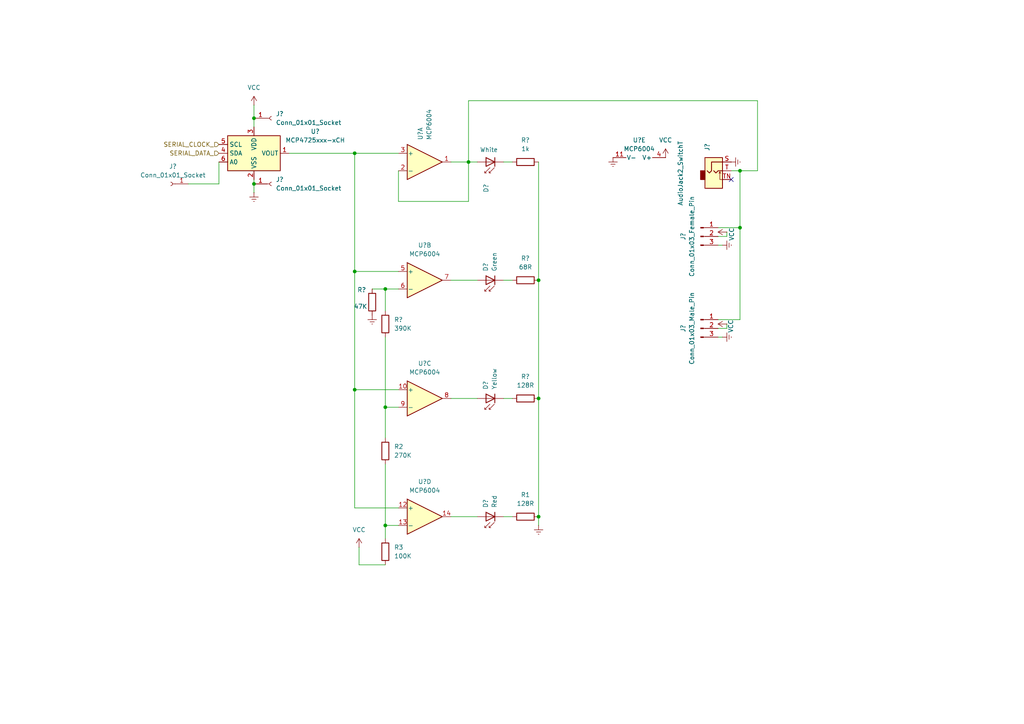
<source format=kicad_sch>
(kicad_sch (version 20231120) (generator "eeschema") (generator_version "8.0")
  (paper "A4")
  (lib_symbols
    (symbol "Amplifier_Operational:MCP6004" (pin_names (offset 0.127))
      (property "Reference" "U" (at 0 5.08 0))
      (property "Value" "MCP6004" (at 0 -5.08 0))
      (symbol "MCP6004_1_1"
        (polyline (pts (xy -5.08 5.08) (xy 5.08 0) (xy -5.08 -5.08) (xy -5.08 5.08)) (stroke (width 0.254)) (fill (type background)))
        (pin output line (at 7.62 0 180) (length 2.54) (name "~") (number "1"))
        (pin input line (at -7.62 -2.54 0) (length 2.54) (name "-") (number "2"))
        (pin input line (at -7.62 2.54 0) (length 2.54) (name "+") (number "3"))
      )
      (symbol "MCP6004_2_1"
        (polyline (pts (xy -5.08 5.08) (xy 5.08 0) (xy -5.08 -5.08) (xy -5.08 5.08)) (stroke (width 0.254)) (fill (type background)))
        (pin input line (at -7.62 2.54 0) (length 2.54) (name "+") (number "5"))
        (pin input line (at -7.62 -2.54 0) (length 2.54) (name "-") (number "6"))
        (pin output line (at 7.62 0 180) (length 2.54) (name "~") (number "7"))
      )
      (symbol "MCP6004_3_1"
        (polyline (pts (xy -5.08 5.08) (xy 5.08 0) (xy -5.08 -5.08) (xy -5.08 5.08)) (stroke (width 0.254)) (fill (type background)))
        (pin input line (at -7.62 2.54 0) (length 2.54) (name "+") (number "10"))
        (pin output line (at 7.62 0 180) (length 2.54) (name "~") (number "8"))
        (pin input line (at -7.62 -2.54 0) (length 2.54) (name "-") (number "9"))
      )
      (symbol "MCP6004_4_1"
        (polyline (pts (xy -5.08 5.08) (xy 5.08 0) (xy -5.08 -5.08) (xy -5.08 5.08)) (stroke (width 0.254)) (fill (type background)))
        (pin input line (at -7.62 2.54 0) (length 2.54) (name "+") (number "12"))
        (pin input line (at -7.62 -2.54 0) (length 2.54) (name "-") (number "13"))
        (pin output line (at 7.62 0 180) (length 2.54) (name "~") (number "14"))
      )
      (symbol "MCP6004_5_1"
        (pin power_in line (at -2.54 -7.62 90) (length 3.81) (name "V-") (number "11"))
        (pin power_in line (at -2.54 7.62 270) (length 3.81) (name "V+") (number "4"))
      )
    )
    (symbol "Analog_DAC:MCP4725xxx-xCH"
      (property "Reference" "U" (at -6.35 6.35 0))
      (property "Value" "MCP4725xxx-xCH" (at 8.89 6.35 0))
      (symbol "MCP4725xxx-xCH_0_1"
        (rectangle (start -7.62 5.08) (end 7.62 -5.08) (stroke (width 0.254)) (fill (type background)))
      )
      (symbol "MCP4725xxx-xCH_1_1"
        (pin output line (at 10.16 0 180) (length 2.54) (name "VOUT") (number "1"))
        (pin power_in line (at 0 -7.62 90) (length 2.54) (name "VSS") (number "2"))
        (pin power_in line (at 0 7.62 270) (length 2.54) (name "VDD") (number "3"))
        (pin bidirectional line (at -10.16 0 0) (length 2.54) (name "SDA") (number "4"))
        (pin input line (at -10.16 2.54 0) (length 2.54) (name "SCL") (number "5"))
        (pin input line (at -10.16 -2.54 0) (length 2.54) (name "A0") (number "6"))
      )
    )
    (symbol "Connector:Conn_01x01_Socket" (pin_names (offset 1.016) hide)
      (property "Reference" "J" (at 0 2.54 0))
      (property "Value" "Conn_01x01_Socket" (at 0 -2.54 0))
      (symbol "Conn_01x01_Socket_1_1"
        (polyline (pts (xy -1.27 0) (xy -0.508 0)) (stroke (width 0.1524)))
        (arc (start 0 0.508) (mid -0.5058 0) (end 0 -0.508) (stroke (width 0.1524)))
        (pin passive line (at -5.08 0 0) (length 3.81) (name "Pin_1") (number "1"))
      )
    )
    (symbol "Connector:Conn_01x03_Pin" (pin_names (offset 1.016) hide)
      (property "Reference" "J" (at 0 5.08 0))
      (property "Value" "Conn_01x03_Pin" (at 0 -5.08 0))
      (symbol "Conn_01x03_Pin_1_1"
        (polyline (pts (xy 1.27 -2.54) (xy 0.8636 -2.54)) (stroke (width 0.1524)))
        (polyline (pts (xy 1.27 0) (xy 0.8636 0)) (stroke (width 0.1524)))
        (polyline (pts (xy 1.27 2.54) (xy 0.8636 2.54)) (stroke (width 0.1524)))
        (rectangle (start 0.8636 -2.413) (end 0 -2.667) (stroke (width 0.1524)) (fill (type outline)))
        (rectangle (start 0.8636 0.127) (end 0 -0.127) (stroke (width 0.1524)) (fill (type outline)))
        (rectangle (start 0.8636 2.667) (end 0 2.413) (stroke (width 0.1524)) (fill (type outline)))
        (pin passive line (at 5.08 2.54 180) (length 3.81) (name "Pin_1") (number "1"))
        (pin passive line (at 5.08 0 180) (length 3.81) (name "Pin_2") (number "2"))
        (pin passive line (at 5.08 -2.54 180) (length 3.81) (name "Pin_3") (number "3"))
      )
    )
    (symbol "Connector_Audio:AudioJack2_SwitchT"
      (property "Reference" "J" (at 0 8.89 0))
      (property "Value" "AudioJack2_SwitchT" (at 0 6.35 0))
      (symbol "AudioJack2_SwitchT_0_1"
        (rectangle (start -2.54 0) (end -3.81 -2.54) (stroke (width 0.254)) (fill (type outline)))
        (polyline (pts (xy 1.778 -0.254) (xy 2.032 -0.762)))
        (polyline (pts (xy 0 0) (xy 0.635 -0.635) (xy 1.27 0) (xy 2.54 0)) (stroke (width 0.254)))
        (polyline (pts (xy 2.54 -2.54) (xy 1.778 -2.54) (xy 1.778 -0.254) (xy 1.524 -0.762)))
        (polyline (pts (xy 2.54 2.54) (xy -0.635 2.54) (xy -0.635 0) (xy -1.27 -0.635) (xy -1.905 0)) (stroke (width 0.254)))
        (rectangle (start 2.54 3.81) (end -2.54 -5.08) (stroke (width 0.254)) (fill (type background)))
      )
      (symbol "AudioJack2_SwitchT_1_1"
        (pin passive line (at 5.08 2.54 180) (length 2.54) (name "~") (number "S"))
        (pin passive line (at 5.08 0 180) (length 2.54) (name "~") (number "T"))
        (pin passive line (at 5.08 -2.54 180) (length 2.54) (name "~") (number "TN"))
      )
    )
    (symbol "Device:R" (pin_numbers hide) (pin_names (offset 0))
      (property "Reference" "R" (at 2.032 0 90))
      (property "Value" "R" (at 0 0 90))
      (symbol "R_0_1"
        (rectangle (start -1.016 -2.54) (end 1.016 2.54) (stroke (width 0.254)))
      )
      (symbol "R_1_1"
        (pin passive line (at 0 3.81 270) (length 1.27) (name "~") (number "1"))
        (pin passive line (at 0 -3.81 90) (length 1.27) (name "~") (number "2"))
      )
    )
    (symbol "LED:IRL81A" (pin_numbers hide) (pin_names (offset 1.016) hide)
      (property "Reference" "D" (at 0.508 1.778 0))
      (property "Value" "IRL81A" (at -1.016 -2.794 0))
      (symbol "IRL81A_0_1"
        (polyline (pts (xy -2.54 0) (xy 0 0)))
        (polyline (pts (xy -2.54 1.27) (xy -2.54 -1.27)) (stroke (width 0.254)))
        (polyline (pts (xy 0.381 3.175) (xy -0.127 3.175)))
        (polyline (pts (xy -1.143 1.651) (xy 0.381 3.175) (xy 0.381 2.667)))
        (polyline (pts (xy 0 -1.27) (xy 0 1.27) (xy -2.54 0) (xy 0 -1.27)) (stroke (width 0.254)))
        (polyline (pts (xy -2.413 1.651) (xy -0.889 3.175) (xy -0.889 2.667) (xy -0.889 3.175) (xy -1.397 3.175)))
      )
      (symbol "IRL81A_1_1"
        (pin passive line (at -5.08 0 0) (length 2.54) (name "K") (number "1"))
        (pin passive line (at 2.54 0 180) (length 2.54) (name "A") (number "2"))
      )
    )
    (symbol "power:GNDREF" (power) (pin_numbers hide) (pin_names (offset 0) hide)
      (property "Value" "GNDREF" (at 0 -3.81 0))
      (symbol "GNDREF_0_1"
        (polyline (pts (xy -0.635 -1.905) (xy 0.635 -1.905)))
        (polyline (pts (xy -0.127 -2.54) (xy 0.127 -2.54)))
        (polyline (pts (xy 0 -1.27) (xy 0 0)))
        (polyline (pts (xy 1.27 -1.27) (xy -1.27 -1.27)))
      )
      (symbol "GNDREF_1_1"
        (pin power_in line (at 0 0 270) (length 0) (name "~") (number "1"))
      )
    )
    (symbol "power:VCC" (power) (pin_numbers hide) (pin_names (offset 0) hide)
      (property "Value" "VCC" (at 0 3.556 0))
      (symbol "VCC_0_1"
        (polyline (pts (xy -0.762 1.27) (xy 0 2.54)))
        (polyline (pts (xy 0 0) (xy 0 2.54)))
        (polyline (pts (xy 0 2.54) (xy 0.762 1.27)))
      )
      (symbol "VCC_1_1"
        (pin power_in line (at 0 0 90) (length 0) (name "~") (number "1"))
      )
    )
  )
  (junction (at 156.21 81.28))
  (junction (at 102.87 44.45))
  (junction (at 156.21 149.86))
  (junction (at 214.63 49.53))
  (junction (at 111.76 83.82))
  (junction (at 102.87 113.03))
  (junction (at 73.66 53.34))
  (junction (at 135.89 46.99))
  (junction (at 214.63 66.04))
  (junction (at 111.76 118.11))
  (junction (at 73.66 34.29))
  (junction (at 111.76 152.4))
  (junction (at 102.87 78.74))
  (junction (at 156.21 115.57))
  (no_connect (at 212.09 52.07))
  (wire (pts (xy 210.82 67.31) (xy 210.82 68.58)))
  (wire (pts (xy 102.87 44.45) (xy 102.87 78.74)))
  (wire (pts (xy 156.21 149.86) (xy 156.21 152.4)))
  (wire (pts (xy 146.05 115.57) (xy 148.59 115.57)))
  (wire (pts (xy 219.71 49.53) (xy 214.63 49.53)))
  (wire (pts (xy 63.5 46.99) (xy 63.5 53.34)))
  (wire (pts (xy 111.76 152.4) (xy 115.57 152.4)))
  (wire (pts (xy 73.66 34.29) (xy 73.66 36.83)))
  (wire (pts (xy 219.71 29.21) (xy 219.71 49.53)))
  (wire (pts (xy 146.05 81.28) (xy 148.59 81.28)))
  (wire (pts (xy 130.81 115.57) (xy 138.43 115.57)))
  (wire (pts (xy 146.05 46.99) (xy 148.59 46.99)))
  (wire (pts (xy 102.87 113.03) (xy 115.57 113.03)))
  (wire (pts (xy 214.63 66.04) (xy 214.63 49.53)))
  (wire (pts (xy 135.89 46.99) (xy 135.89 29.21)))
  (wire (pts (xy 111.76 134.62) (xy 111.76 152.4)))
  (wire (pts (xy 111.76 83.82) (xy 111.76 90.17)))
  (wire (pts (xy 156.21 81.28) (xy 156.21 115.57)))
  (wire (pts (xy 135.89 29.21) (xy 219.71 29.21)))
  (wire (pts (xy 83.82 44.45) (xy 102.87 44.45)))
  (wire (pts (xy 210.82 93.98) (xy 210.82 95.25)))
  (wire (pts (xy 135.89 46.99) (xy 135.89 58.42)))
  (wire (pts (xy 130.81 81.28) (xy 138.43 81.28)))
  (wire (pts (xy 111.76 118.11) (xy 111.76 127)))
  (wire (pts (xy 115.57 118.11) (xy 111.76 118.11)))
  (wire (pts (xy 73.66 53.34) (xy 73.66 55.88)))
  (wire (pts (xy 73.66 30.48) (xy 73.66 34.29)))
  (wire (pts (xy 115.57 58.42) (xy 135.89 58.42)))
  (wire (pts (xy 111.76 83.82) (xy 115.57 83.82)))
  (wire (pts (xy 115.57 49.53) (xy 115.57 58.42)))
  (wire (pts (xy 214.63 92.71) (xy 214.63 66.04)))
  (wire (pts (xy 214.63 49.53) (xy 212.09 49.53)))
  (wire (pts (xy 208.28 66.04) (xy 214.63 66.04)))
  (wire (pts (xy 146.05 149.86) (xy 148.59 149.86)))
  (wire (pts (xy 63.5 53.34) (xy 54.61 53.34)))
  (wire (pts (xy 102.87 78.74) (xy 102.87 113.03)))
  (wire (pts (xy 208.28 95.25) (xy 210.82 95.25)))
  (wire (pts (xy 208.28 97.79) (xy 209.55 97.79)))
  (wire (pts (xy 156.21 115.57) (xy 156.21 149.86)))
  (wire (pts (xy 73.66 52.07) (xy 73.66 53.34)))
  (wire (pts (xy 130.81 46.99) (xy 135.89 46.99)))
  (wire (pts (xy 111.76 152.4) (xy 111.76 156.21)))
  (wire (pts (xy 102.87 78.74) (xy 115.57 78.74)))
  (wire (pts (xy 208.28 92.71) (xy 214.63 92.71)))
  (wire (pts (xy 130.81 149.86) (xy 138.43 149.86)))
  (wire (pts (xy 111.76 163.83) (xy 104.14 163.83)))
  (wire (pts (xy 102.87 44.45) (xy 115.57 44.45)))
  (wire (pts (xy 111.76 97.79) (xy 111.76 118.11)))
  (wire (pts (xy 102.87 147.32) (xy 115.57 147.32)))
  (wire (pts (xy 104.14 158.75) (xy 104.14 163.83)))
  (wire (pts (xy 208.28 68.58) (xy 210.82 68.58)))
  (wire (pts (xy 208.28 71.12) (xy 209.55 71.12)))
  (wire (pts (xy 107.95 83.82) (xy 111.76 83.82)))
  (wire (pts (xy 102.87 113.03) (xy 102.87 147.32)))
  (wire (pts (xy 135.89 46.99) (xy 138.43 46.99)))
  (wire (pts (xy 156.21 46.99) (xy 156.21 81.28)))
  (hierarchical_label "SERIAL_CLOCK_" (shape input) (at 63.5 41.91 180))
  (hierarchical_label "SERIAL_DATA_" (shape input) (at 63.5 44.45 180))
  (symbol (lib_id "Device:R") (at 107.95 87.63 180) (unit 1)
    (property "Reference" "R?" (at 103.632 84.074 0) (effects (justify right)))
    (property "Value" "47K" (at 102.616 88.9 0) (effects (justify right)))
    (property "Footprint" "Resistor_THT:R_Axial_DIN0207_L6.3mm_D2.5mm_P2.54mm_Vertical" (effects (hide yes)))
    (property "Description" "Resistor" (effects (hide yes)))
  )
  (symbol (lib_id "Connector:Conn_01x01_Socket") (at 78.74 34.29 0) (unit 1)
    (property "Reference" "J?" (at 80.01 33.0199 0) (effects (justify left)))
    (property "Value" "Conn_01x01_Socket" (at 80.01 35.5599 0) (effects (justify left)))
    (property "Description" "Generic connector, single row, 01x01, script generated" (effects (hide yes)))
  )
  (symbol (lib_id "Analog_DAC:MCP4725xxx-xCH") (at 73.66 44.45 0) (unit 1)
    (property "Reference" "U?" (at 91.44 38.1314 0))
    (property "Value" "MCP4725xxx-xCH" (at 91.44 40.6714 0))
    (property "Footprint" "Package_TO_SOT_SMD:SOT-23-6" (effects (hide yes)))
    (property "Datasheet" "http://ww1.microchip.com/downloads/en/DeviceDoc/22039d.pdf" (effects (hide yes)))
    (property "Description" "12-bit Digital-to-Analog Converter, integrated EEPROM, I2C interface, SOT-23-6" (effects (hide yes)))
  )
  (symbol (lib_id "Connector:Conn_01x03_Pin") (at 203.2 68.58 0) (unit 1)
    (property "Reference" "J?" (at 198.12 68.58 90))
    (property "Value" "Conn_01x03_Female_Pin" (at 200.66 68.58 90))
    (property "Footprint" "Connector_PinSocket_2.54mm:PinSocket_1x03_P2.54mm_Vertical" (effects (hide yes)))
    (property "Description" "Generic connector, single row, 01x03, script generated" (effects (hide yes)))
  )
  (symbol (lib_id "Amplifier_Operational:MCP6004") (at 123.19 46.99 0) (unit 1)
    (property "Reference" "U?" (at 121.9199 40.64 90) (effects (justify left)))
    (property "Value" "MCP6004" (at 124.4599 40.64 90) (effects (justify left)))
    (property "Footprint" "Package_DIP:DIP-14_W7.62mm_Socket_LongPads" (effects (hide yes)))
    (property "Datasheet" "http://ww1.microchip.com/downloads/en/DeviceDoc/21733j.pdf" (effects (hide yes)))
    (property "Description" "1MHz, Low-Power Op Amp, DIP-14/SOIC-14/TSSOP-14" (effects (hide yes)))
  )
  (symbol (lib_id "LED:IRL81A") (at 140.97 81.28 180) (unit 1)
    (property "Reference" "D?" (at 140.8429 78.74 90) (effects (justify right)))
    (property "Value" "Green" (at 143.3829 78.74 90) (effects (justify right)))
    (property "Footprint" "LED_THT:LED_SideEmitter_Rectangular_W4.5mm_H1.6mm" (effects (hide yes)))
    (property "Datasheet" "http://www.osram-os.com/Graphics/XPic0/00203825_0.pdf" (effects (hide yes)))
    (property "Description" "850nm High Power Infrared Emitter, Side-Emitter package" (effects (hide yes)))
  )
  (symbol (lib_id "Device:R") (at 111.76 130.81 180) (unit 1)
    (property "Reference" "R2" (at 114.3 129.5399 0) (effects (justify right)))
    (property "Value" "270K" (at 114.3 132.0799 0) (effects (justify right)))
    (property "Footprint" "Resistor_THT:R_Axial_DIN0207_L6.3mm_D2.5mm_P2.54mm_Vertical" (effects (hide yes)))
    (property "Description" "Resistor" (effects (hide yes)))
  )
  (symbol (lib_id "power:GNDREF") (at 209.55 97.79 90) (unit 1)
    (property "Reference" "#PWR?" (effects (hide yes)))
    (property "Value" "GNDREF" (effects (hide yes)))
    (property "Description" "Power symbol creates a global label with name \"GNDREF\" , reference supply ground" (effects (hide yes)))
  )
  (symbol (lib_id "Amplifier_Operational:MCP6004") (at 123.19 115.57 0) (unit 3)
    (property "Reference" "U?" (at 123.19 105.41 0))
    (property "Value" "MCP6004" (at 123.19 107.95 0))
    (property "Footprint" "Package_DIP:DIP-14_W7.62mm_Socket_LongPads" (effects (hide yes)))
    (property "Datasheet" "http://ww1.microchip.com/downloads/en/DeviceDoc/21733j.pdf" (effects (hide yes)))
    (property "Description" "1MHz, Low-Power Op Amp, DIP-14/SOIC-14/TSSOP-14" (effects (hide yes)))
  )
  (symbol (lib_id "power:VCC") (at 210.82 67.31 90) (unit 1)
    (property "Reference" "#PWR?" (effects (hide yes)))
    (property "Value" "VCC" (at 212.217 67.945 0))
    (property "Description" "Power symbol creates a global label with name \"VCC\"" (effects (hide yes)))
  )
  (symbol (lib_id "power:GNDREF") (at 73.66 55.88 0) (unit 1)
    (property "Reference" "#PWR?" (effects (hide yes)))
    (property "Value" "GNDREF" (effects (hide yes)))
    (property "Description" "Power symbol creates a global label with name \"GNDREF\" , reference supply ground" (effects (hide yes)))
  )
  (symbol (lib_id "LED:IRL81A") (at 140.97 46.99 180) (unit 1)
    (property "Reference" "D?" (at 140.97 55.88 90) (effects (justify right)))
    (property "Value" "White" (at 139.192 43.434 0) (effects (justify right)))
    (property "Footprint" "LED_THT:LED_SideEmitter_Rectangular_W4.5mm_H1.6mm" (effects (hide yes)))
    (property "Datasheet" "http://www.osram-os.com/Graphics/XPic0/00203825_0.pdf" (effects (hide yes)))
    (property "Description" "850nm High Power Infrared Emitter, Side-Emitter package" (effects (hide yes)))
  )
  (symbol (lib_id "LED:IRL81A") (at 140.97 115.57 180) (unit 1)
    (property "Reference" "D?" (at 140.8429 113.03 90) (effects (justify right)))
    (property "Value" "Yellow" (at 143.3829 113.03 90) (effects (justify right)))
    (property "Footprint" "LED_THT:LED_SideEmitter_Rectangular_W4.5mm_H1.6mm" (effects (hide yes)))
    (property "Datasheet" "http://www.osram-os.com/Graphics/XPic0/00203825_0.pdf" (effects (hide yes)))
    (property "Description" "850nm High Power Infrared Emitter, Side-Emitter package" (effects (hide yes)))
  )
  (symbol (lib_id "Amplifier_Operational:MCP6004") (at 123.19 149.86 0) (unit 4)
    (property "Reference" "U?" (at 123.19 139.7 0))
    (property "Value" "MCP6004" (at 123.19 142.24 0))
    (property "Footprint" "Package_DIP:DIP-14_W7.62mm_Socket_LongPads" (effects (hide yes)))
    (property "Datasheet" "http://ww1.microchip.com/downloads/en/DeviceDoc/21733j.pdf" (effects (hide yes)))
    (property "Description" "1MHz, Low-Power Op Amp, DIP-14/SOIC-14/TSSOP-14" (effects (hide yes)))
  )
  (symbol (lib_id "power:VCC") (at 73.66 30.48 0) (unit 1)
    (property "Reference" "#PWR?" (effects (hide yes)))
    (property "Value" "VCC" (at 73.66 25.4 0))
    (property "Description" "Power symbol creates a global label with name \"VCC\"" (effects (hide yes)))
  )
  (symbol (lib_id "power:GNDREF") (at 209.55 71.12 90) (unit 1)
    (property "Reference" "#PWR?" (effects (hide yes)))
    (property "Value" "GNDREF" (effects (hide yes)))
    (property "Description" "Power symbol creates a global label with name \"GNDREF\" , reference supply ground" (effects (hide yes)))
  )
  (symbol (lib_id "Connector:Conn_01x03_Pin") (at 203.2 95.25 0) (unit 1)
    (property "Reference" "J?" (at 198.12 95.25 90))
    (property "Value" "Conn_01x03_Male_Pin" (at 200.66 95.25 90))
    (property "Footprint" "Connector_PinHeader_2.54mm:PinHeader_1x03_P2.54mm_Vertical" (effects (hide yes)))
    (property "Description" "Generic connector, single row, 01x03, script generated" (effects (hide yes)))
  )
  (symbol (lib_id "power:GNDREF") (at 212.09 46.99 90) (unit 1)
    (property "Reference" "#PWR?" (effects (hide yes)))
    (property "Value" "GNDREF" (effects (hide yes)))
    (property "Description" "Power symbol creates a global label with name \"GNDREF\" , reference supply ground" (effects (hide yes)))
  )
  (symbol (lib_id "Device:R") (at 152.4 149.86 90) (unit 1)
    (property "Reference" "R1" (at 152.4 143.51 90))
    (property "Value" "128R" (at 152.4 146.05 90))
    (property "Footprint" "Resistor_THT:R_Axial_DIN0207_L6.3mm_D2.5mm_P2.54mm_Vertical" (effects (hide yes)))
    (property "Description" "Resistor" (effects (hide yes)))
  )
  (symbol (lib_id "Amplifier_Operational:MCP6004") (at 123.19 81.28 0) (unit 2)
    (property "Reference" "U?" (at 123.19 71.12 0))
    (property "Value" "MCP6004" (at 123.19 73.66 0))
    (property "Footprint" "Package_DIP:DIP-14_W7.62mm_Socket_LongPads" (effects (hide yes)))
    (property "Datasheet" "http://ww1.microchip.com/downloads/en/DeviceDoc/21733j.pdf" (effects (hide yes)))
    (property "Description" "1MHz, Low-Power Op Amp, DIP-14/SOIC-14/TSSOP-14" (effects (hide yes)))
  )
  (symbol (lib_id "Device:R") (at 152.4 115.57 90) (unit 1)
    (property "Reference" "R?" (at 152.4 109.22 90))
    (property "Value" "128R" (at 152.4 111.76 90))
    (property "Footprint" "Resistor_THT:R_Axial_DIN0207_L6.3mm_D2.5mm_P2.54mm_Vertical" (effects (hide yes)))
    (property "Description" "Resistor" (effects (hide yes)))
  )
  (symbol (lib_id "Connector_Audio:AudioJack2_SwitchT") (at 207.01 49.53 0) (unit 1)
    (property "Reference" "J?" (at 205.1049 43.815 90) (effects (justify left)))
    (property "Value" "AudioJack2_SwitchT" (at 197.358 59.69 90) (effects (justify left)))
    (property "Footprint" "Connector_Audio:Jack_3.5mm_QingPu_WQP-PJ398SM_Vertical_CircularHoles" (effects (hide yes)))
    (property "Description" "Audio Jack, 2 Poles (Mono / TS), Switched T Pole (Normalling)" (effects (hide yes)))
  )
  (symbol (lib_id "power:GNDREF") (at 156.21 152.4 0) (unit 1)
    (property "Reference" "#PWR?" (effects (hide yes)))
    (property "Value" "GNDREF" (effects (hide yes)))
    (property "Description" "Power symbol creates a global label with name \"GNDREF\" , reference supply ground" (effects (hide yes)))
  )
  (symbol (lib_id "Connector:Conn_01x01_Socket") (at 78.74 53.34 0) (unit 1)
    (property "Reference" "J?" (at 80.01 52.0699 0) (effects (justify left)))
    (property "Value" "Conn_01x01_Socket" (at 80.01 54.6099 0) (effects (justify left)))
    (property "Description" "Generic connector, single row, 01x01, script generated" (effects (hide yes)))
  )
  (symbol (lib_id "Device:R") (at 111.76 93.98 180) (unit 1)
    (property "Reference" "R?" (at 114.3 92.7099 0) (effects (justify right)))
    (property "Value" "390K" (at 114.3 95.2499 0) (effects (justify right)))
    (property "Footprint" "Resistor_THT:R_Axial_DIN0207_L6.3mm_D2.5mm_P2.54mm_Vertical" (effects (hide yes)))
    (property "Description" "Resistor" (effects (hide yes)))
  )
  (symbol (lib_id "power:GNDREF") (at 177.8 45.72 0) (unit 1)
    (property "Reference" "#PWR?" (effects (hide yes)))
    (property "Value" "GNDREF" (effects (hide yes)))
    (property "Description" "Power symbol creates a global label with name \"GNDREF\" , reference supply ground" (effects (hide yes)))
  )
  (symbol (lib_id "Amplifier_Operational:MCP6004") (at 185.42 48.26 270) (unit 5)
    (property "Reference" "U?" (at 185.42 40.64 90))
    (property "Value" "MCP6004" (at 185.42 43.18 90))
    (property "Footprint" "Package_DIP:DIP-14_W7.62mm_Socket_LongPads" (effects (hide yes)))
    (property "Datasheet" "http://ww1.microchip.com/downloads/en/DeviceDoc/21733j.pdf" (effects (hide yes)))
    (property "Description" "1MHz, Low-Power Op Amp, DIP-14/SOIC-14/TSSOP-14" (effects (hide yes)))
  )
  (symbol (lib_id "power:VCC") (at 193.04 45.72 0) (unit 1)
    (property "Reference" "#PWR?" (effects (hide yes)))
    (property "Value" "VCC" (at 193.04 40.64 0))
    (property "Description" "Power symbol creates a global label with name \"VCC\"" (effects (hide yes)))
  )
  (symbol (lib_id "power:VCC") (at 104.14 158.75 0) (unit 1)
    (property "Reference" "#PWR02" (effects (hide yes)))
    (property "Value" "VCC" (at 104.14 153.67 0))
    (property "Description" "Power symbol creates a global label with name \"VCC\"" (effects (hide yes)))
  )
  (symbol (lib_id "Connector:Conn_01x01_Socket") (at 49.53 53.34 180) (unit 1)
    (property "Reference" "J?" (at 50.165 48.26 0))
    (property "Value" "Conn_01x01_Socket" (at 50.165 50.8 0))
    (property "Description" "Generic connector, single row, 01x01, script generated" (effects (hide yes)))
  )
  (symbol (lib_id "Device:R") (at 152.4 46.99 90) (unit 1)
    (property "Reference" "R?" (at 152.4 40.64 90))
    (property "Value" "1k" (at 152.4 43.18 90))
    (property "Footprint" "Resistor_THT:R_Axial_DIN0207_L6.3mm_D2.5mm_P2.54mm_Vertical" (effects (hide yes)))
    (property "Description" "Resistor" (effects (hide yes)))
  )
  (symbol (lib_id "Device:R") (at 111.76 160.02 180) (unit 1)
    (property "Reference" "R3" (at 114.3 158.7499 0) (effects (justify right)))
    (property "Value" "100K" (at 114.3 161.2899 0) (effects (justify right)))
    (property "Footprint" "Resistor_THT:R_Axial_DIN0207_L6.3mm_D2.5mm_P2.54mm_Vertical" (effects (hide yes)))
    (property "Description" "Resistor" (effects (hide yes)))
  )
  (symbol (lib_id "LED:IRL81A") (at 140.97 149.86 180) (unit 1)
    (property "Reference" "D?" (at 140.8429 147.32 90) (effects (justify right)))
    (property "Value" "Red" (at 143.3829 147.32 90) (effects (justify right)))
    (property "Footprint" "LED_THT:LED_SideEmitter_Rectangular_W4.5mm_H1.6mm" (effects (hide yes)))
    (property "Datasheet" "http://www.osram-os.com/Graphics/XPic0/00203825_0.pdf" (effects (hide yes)))
    (property "Description" "850nm High Power Infrared Emitter, Side-Emitter package" (effects (hide yes)))
  )
  (symbol (lib_id "power:GNDREF") (at 107.95 91.44 0) (unit 1)
    (property "Reference" "#PWR01" (effects (hide yes)))
    (property "Value" "GNDREF" (effects (hide yes)))
    (property "Description" "Power symbol creates a global label with name \"GNDREF\" , reference supply ground" (effects (hide yes)))
  )
  (symbol (lib_id "Device:R") (at 152.4 81.28 90) (unit 1)
    (property "Reference" "R?" (at 152.4 74.93 90))
    (property "Value" "68R" (at 152.4 77.47 90))
    (property "Footprint" "Resistor_THT:R_Axial_DIN0207_L6.3mm_D2.5mm_P2.54mm_Vertical" (effects (hide yes)))
    (property "Description" "Resistor" (effects (hide yes)))
  )
  (symbol (lib_id "power:VCC") (at 210.82 93.98 90) (unit 1)
    (property "Reference" "#PWR?" (effects (hide yes)))
    (property "Value" "VCC" (at 211.963 94.615 0))
    (property "Description" "Power symbol creates a global label with name \"VCC\"" (effects (hide yes)))
  )
)
</source>
